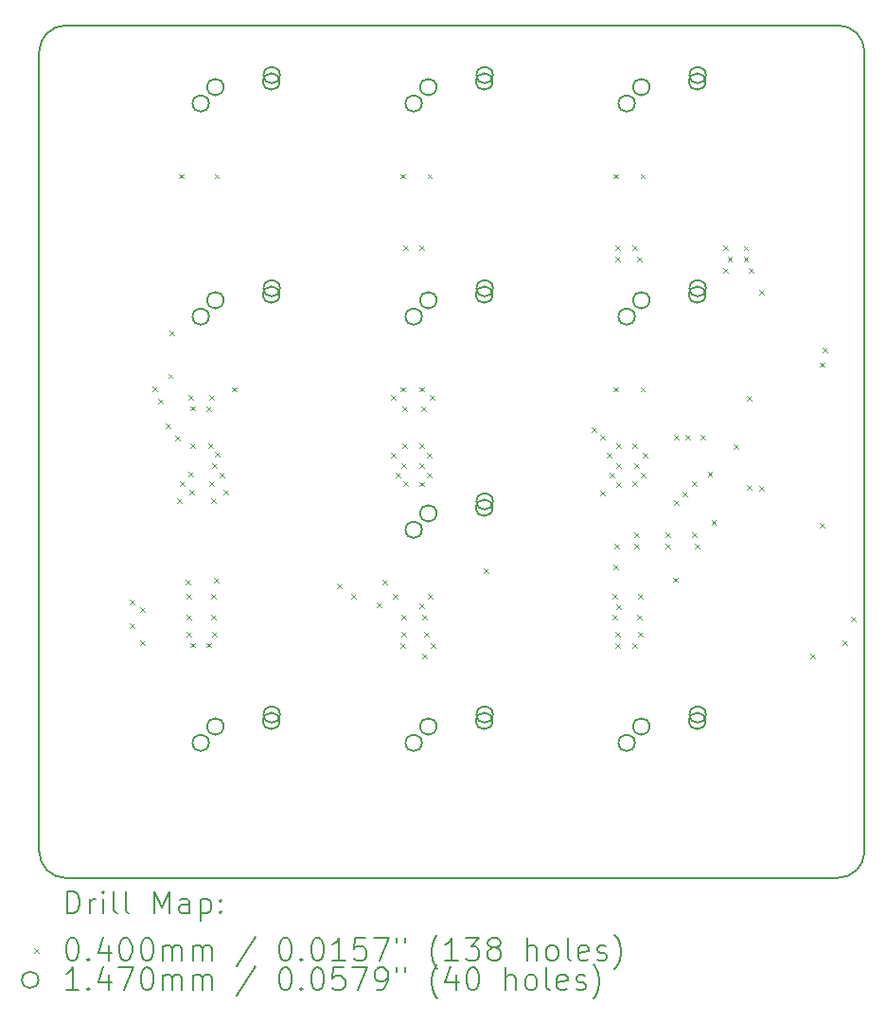
<source format=gbr>
%TF.GenerationSoftware,KiCad,Pcbnew,(6.0.9)*%
%TF.CreationDate,2022-12-29T20:26:15-06:00*%
%TF.ProjectId,Navigation Keys,4e617669-6761-4746-996f-6e204b657973,rev?*%
%TF.SameCoordinates,Original*%
%TF.FileFunction,Drillmap*%
%TF.FilePolarity,Positive*%
%FSLAX45Y45*%
G04 Gerber Fmt 4.5, Leading zero omitted, Abs format (unit mm)*
G04 Created by KiCad (PCBNEW (6.0.9)) date 2022-12-29 20:26:15*
%MOMM*%
%LPD*%
G01*
G04 APERTURE LIST*
%ADD10C,0.150000*%
%ADD11C,0.200000*%
%ADD12C,0.040000*%
%ADD13C,0.147000*%
G04 APERTURE END LIST*
D10*
X20875625Y-6350000D02*
G75*
G03*
X20637500Y-6111875I-238125J0D01*
G01*
X13493755Y-13493750D02*
G75*
G03*
X13731875Y-13731875I238125J0D01*
G01*
X20875625Y-13493750D02*
X20875625Y-6350000D01*
X20637500Y-13731875D02*
G75*
G03*
X20875625Y-13493750I0J238125D01*
G01*
X20637500Y-6111875D02*
X13731875Y-6111875D01*
X13731875Y-6111870D02*
G75*
G03*
X13493750Y-6350000I5J-238130D01*
G01*
X13731875Y-13731875D02*
X20637500Y-13731875D01*
X13493750Y-6350000D02*
X13493750Y-13493750D01*
D11*
D12*
X14305600Y-11244900D02*
X14345600Y-11284900D01*
X14345600Y-11244900D02*
X14305600Y-11284900D01*
X14305600Y-11460800D02*
X14345600Y-11500800D01*
X14345600Y-11460800D02*
X14305600Y-11500800D01*
X14394500Y-11312150D02*
X14434500Y-11352150D01*
X14434500Y-11312150D02*
X14394500Y-11352150D01*
X14394500Y-11609450D02*
X14434500Y-11649450D01*
X14434500Y-11609450D02*
X14394500Y-11649450D01*
X14508800Y-9339900D02*
X14548800Y-9379900D01*
X14548800Y-9339900D02*
X14508800Y-9379900D01*
X14559600Y-9454200D02*
X14599600Y-9494200D01*
X14599600Y-9454200D02*
X14559600Y-9494200D01*
X14623100Y-9670100D02*
X14663100Y-9710100D01*
X14663100Y-9670100D02*
X14623100Y-9710100D01*
X14648070Y-9226030D02*
X14688070Y-9266030D01*
X14688070Y-9226030D02*
X14648070Y-9266030D01*
X14661200Y-8844600D02*
X14701200Y-8884600D01*
X14701200Y-8844600D02*
X14661200Y-8884600D01*
X14712000Y-9779425D02*
X14752000Y-9819425D01*
X14752000Y-9779425D02*
X14712000Y-9819425D01*
X14724700Y-10343200D02*
X14764700Y-10383200D01*
X14764700Y-10343200D02*
X14724700Y-10383200D01*
X14743750Y-7441250D02*
X14783750Y-7481250D01*
X14783750Y-7441250D02*
X14743750Y-7481250D01*
X14750100Y-10190800D02*
X14790100Y-10230800D01*
X14790100Y-10190800D02*
X14750100Y-10230800D01*
X14800900Y-11067100D02*
X14840900Y-11107100D01*
X14840900Y-11067100D02*
X14800900Y-11107100D01*
X14813600Y-11194100D02*
X14853600Y-11234100D01*
X14853600Y-11194100D02*
X14813600Y-11234100D01*
X14813600Y-11384600D02*
X14853600Y-11424600D01*
X14853600Y-11384600D02*
X14813600Y-11424600D01*
X14813600Y-11537000D02*
X14853600Y-11577000D01*
X14853600Y-11537000D02*
X14813600Y-11577000D01*
X14826300Y-9416100D02*
X14866300Y-9456100D01*
X14866300Y-9416100D02*
X14826300Y-9456100D01*
X14826300Y-10101900D02*
X14866300Y-10141900D01*
X14866300Y-10101900D02*
X14826300Y-10141900D01*
X14839000Y-10267000D02*
X14879000Y-10307000D01*
X14879000Y-10267000D02*
X14839000Y-10307000D01*
X14845925Y-9514105D02*
X14885925Y-9554105D01*
X14885925Y-9514105D02*
X14845925Y-9554105D01*
X14845925Y-9847900D02*
X14885925Y-9887900D01*
X14885925Y-9847900D02*
X14845925Y-9887900D01*
X14845925Y-11631579D02*
X14885925Y-11671579D01*
X14885925Y-11631579D02*
X14845925Y-11671579D01*
X14990825Y-11631579D02*
X15030825Y-11671579D01*
X15030825Y-11631579D02*
X14990825Y-11671579D01*
X14991400Y-9517700D02*
X15031400Y-9557700D01*
X15031400Y-9517700D02*
X14991400Y-9557700D01*
X15004100Y-9847900D02*
X15044100Y-9887900D01*
X15044100Y-9847900D02*
X15004100Y-9887900D01*
X15014200Y-9418700D02*
X15054200Y-9458700D01*
X15054200Y-9418700D02*
X15014200Y-9458700D01*
X15016800Y-10190800D02*
X15056800Y-10230800D01*
X15056800Y-10190800D02*
X15016800Y-10230800D01*
X15029500Y-10343200D02*
X15069500Y-10383200D01*
X15069500Y-10343200D02*
X15029500Y-10383200D01*
X15029500Y-11194100D02*
X15069500Y-11234100D01*
X15069500Y-11194100D02*
X15029500Y-11234100D01*
X15029500Y-11384600D02*
X15069500Y-11424600D01*
X15069500Y-11384600D02*
X15029500Y-11424600D01*
X15042200Y-10025700D02*
X15082200Y-10065700D01*
X15082200Y-10025700D02*
X15042200Y-10065700D01*
X15042200Y-11537000D02*
X15082200Y-11577000D01*
X15082200Y-11537000D02*
X15042200Y-11577000D01*
X15054900Y-11054400D02*
X15094900Y-11094400D01*
X15094900Y-11054400D02*
X15054900Y-11094400D01*
X15061250Y-7441250D02*
X15101250Y-7481250D01*
X15101250Y-7441250D02*
X15061250Y-7481250D01*
X15068087Y-9924684D02*
X15108087Y-9964684D01*
X15108087Y-9924684D02*
X15068087Y-9964684D01*
X15105700Y-10114600D02*
X15145700Y-10154600D01*
X15145700Y-10114600D02*
X15105700Y-10154600D01*
X15143800Y-10267000D02*
X15183800Y-10307000D01*
X15183800Y-10267000D02*
X15143800Y-10307000D01*
X15220000Y-9346250D02*
X15260000Y-9386250D01*
X15260000Y-9346250D02*
X15220000Y-9386250D01*
X16159800Y-11105200D02*
X16199800Y-11145200D01*
X16199800Y-11105200D02*
X16159800Y-11145200D01*
X16286800Y-11194100D02*
X16326800Y-11234100D01*
X16326800Y-11194100D02*
X16286800Y-11234100D01*
X16515400Y-11270300D02*
X16555400Y-11310300D01*
X16555400Y-11270300D02*
X16515400Y-11310300D01*
X16566630Y-11066670D02*
X16606630Y-11106670D01*
X16606630Y-11066670D02*
X16566630Y-11106670D01*
X16642400Y-9418700D02*
X16682400Y-9458700D01*
X16682400Y-9418700D02*
X16642400Y-9458700D01*
X16642400Y-9936800D02*
X16682400Y-9976800D01*
X16682400Y-9936800D02*
X16642400Y-9976800D01*
X16655100Y-11194100D02*
X16695100Y-11234100D01*
X16695100Y-11194100D02*
X16655100Y-11234100D01*
X16680500Y-10114600D02*
X16720500Y-10154600D01*
X16720500Y-10114600D02*
X16680500Y-10154600D01*
X16725633Y-11636789D02*
X16765633Y-11676789D01*
X16765633Y-11636789D02*
X16725633Y-11676789D01*
X16728125Y-7441250D02*
X16768125Y-7481250D01*
X16768125Y-7441250D02*
X16728125Y-7481250D01*
X16728125Y-9346250D02*
X16768125Y-9386250D01*
X16768125Y-9346250D02*
X16728125Y-9386250D01*
X16731300Y-10025700D02*
X16771300Y-10065700D01*
X16771300Y-10025700D02*
X16731300Y-10065700D01*
X16731300Y-11384600D02*
X16771300Y-11424600D01*
X16771300Y-11384600D02*
X16731300Y-11424600D01*
X16731300Y-11537000D02*
X16771300Y-11577000D01*
X16771300Y-11537000D02*
X16731300Y-11577000D01*
X16744000Y-9517700D02*
X16784000Y-9557700D01*
X16784000Y-9517700D02*
X16744000Y-9557700D01*
X16744000Y-9847900D02*
X16784000Y-9887900D01*
X16784000Y-9847900D02*
X16744000Y-9887900D01*
X16750925Y-8082600D02*
X16790925Y-8122600D01*
X16790925Y-8082600D02*
X16750925Y-8122600D01*
X16750925Y-10190800D02*
X16790925Y-10230800D01*
X16790925Y-10190800D02*
X16750925Y-10230800D01*
X16895825Y-8082600D02*
X16935825Y-8122600D01*
X16935825Y-8082600D02*
X16895825Y-8122600D01*
X16895825Y-9346250D02*
X16935825Y-9386250D01*
X16935825Y-9346250D02*
X16895825Y-9386250D01*
X16895825Y-10191310D02*
X16935825Y-10231310D01*
X16935825Y-10191310D02*
X16895825Y-10231310D01*
X16896400Y-9847900D02*
X16936400Y-9887900D01*
X16936400Y-9847900D02*
X16896400Y-9887900D01*
X16896400Y-10025700D02*
X16936400Y-10065700D01*
X16936400Y-10025700D02*
X16896400Y-10065700D01*
X16896400Y-11283000D02*
X16936400Y-11323000D01*
X16936400Y-11283000D02*
X16896400Y-11323000D01*
X16909100Y-9517700D02*
X16949100Y-9557700D01*
X16949100Y-9517700D02*
X16909100Y-9557700D01*
X16921800Y-11384600D02*
X16961800Y-11424600D01*
X16961800Y-11384600D02*
X16921800Y-11424600D01*
X16921800Y-11727500D02*
X16961800Y-11767500D01*
X16961800Y-11727500D02*
X16921800Y-11767500D01*
X16934500Y-11537000D02*
X16974500Y-11577000D01*
X16974500Y-11537000D02*
X16934500Y-11577000D01*
X16959900Y-9936800D02*
X16999900Y-9976800D01*
X16999900Y-9936800D02*
X16959900Y-9976800D01*
X16959900Y-10114600D02*
X16999900Y-10154600D01*
X16999900Y-10114600D02*
X16959900Y-10154600D01*
X16966250Y-7441250D02*
X17006250Y-7481250D01*
X17006250Y-7441250D02*
X16966250Y-7481250D01*
X16972600Y-11194100D02*
X17012600Y-11234100D01*
X17012600Y-11194100D02*
X16972600Y-11234100D01*
X16985300Y-9418700D02*
X17025300Y-9458700D01*
X17025300Y-9418700D02*
X16985300Y-9458700D01*
X16998000Y-11638600D02*
X17038000Y-11678600D01*
X17038000Y-11638600D02*
X16998000Y-11678600D01*
X17467900Y-10965500D02*
X17507900Y-11005500D01*
X17507900Y-10965500D02*
X17467900Y-11005500D01*
X18436850Y-9702777D02*
X18476850Y-9742777D01*
X18476850Y-9702777D02*
X18436850Y-9742777D01*
X18509300Y-9775450D02*
X18549300Y-9815450D01*
X18549300Y-9775450D02*
X18509300Y-9815450D01*
X18509300Y-10270214D02*
X18549300Y-10310214D01*
X18549300Y-10270214D02*
X18509300Y-10310214D01*
X18572800Y-9936800D02*
X18612800Y-9976800D01*
X18612800Y-9936800D02*
X18572800Y-9976800D01*
X18598200Y-10114600D02*
X18638200Y-10154600D01*
X18638200Y-10114600D02*
X18598200Y-10154600D01*
X18623600Y-11194100D02*
X18663600Y-11234100D01*
X18663600Y-11194100D02*
X18623600Y-11234100D01*
X18623600Y-11384600D02*
X18663600Y-11424600D01*
X18663600Y-11384600D02*
X18623600Y-11424600D01*
X18633125Y-7441250D02*
X18673125Y-7481250D01*
X18673125Y-7441250D02*
X18633125Y-7481250D01*
X18633125Y-9346250D02*
X18673125Y-9386250D01*
X18673125Y-9346250D02*
X18633125Y-9386250D01*
X18633125Y-10933750D02*
X18673125Y-10973750D01*
X18673125Y-10933750D02*
X18633125Y-10973750D01*
X18636300Y-10749600D02*
X18676300Y-10789600D01*
X18676300Y-10749600D02*
X18636300Y-10789600D01*
X18649000Y-8082600D02*
X18689000Y-8122600D01*
X18689000Y-8082600D02*
X18649000Y-8122600D01*
X18649000Y-8184200D02*
X18689000Y-8224200D01*
X18689000Y-8184200D02*
X18649000Y-8224200D01*
X18649000Y-11537000D02*
X18689000Y-11577000D01*
X18689000Y-11537000D02*
X18649000Y-11577000D01*
X18649000Y-11638600D02*
X18689000Y-11678600D01*
X18689000Y-11638600D02*
X18649000Y-11678600D01*
X18653642Y-10197764D02*
X18693642Y-10237764D01*
X18693642Y-10197764D02*
X18653642Y-10237764D01*
X18655925Y-9847900D02*
X18695925Y-9887900D01*
X18695925Y-9847900D02*
X18655925Y-9887900D01*
X18655925Y-10025700D02*
X18695925Y-10065700D01*
X18695925Y-10025700D02*
X18655925Y-10065700D01*
X18655925Y-11288679D02*
X18695925Y-11328679D01*
X18695925Y-11288679D02*
X18655925Y-11328679D01*
X18800825Y-8082600D02*
X18840825Y-8122600D01*
X18840825Y-8082600D02*
X18800825Y-8122600D01*
X18801400Y-9847900D02*
X18841400Y-9887900D01*
X18841400Y-9847900D02*
X18801400Y-9887900D01*
X18801400Y-10190800D02*
X18841400Y-10230800D01*
X18841400Y-10190800D02*
X18801400Y-10230800D01*
X18801400Y-11638600D02*
X18841400Y-11678600D01*
X18841400Y-11638600D02*
X18801400Y-11678600D01*
X18814100Y-10025700D02*
X18854100Y-10065700D01*
X18854100Y-10025700D02*
X18814100Y-10065700D01*
X18814100Y-10648000D02*
X18854100Y-10688000D01*
X18854100Y-10648000D02*
X18814100Y-10688000D01*
X18814100Y-10749600D02*
X18854100Y-10789600D01*
X18854100Y-10749600D02*
X18814100Y-10789600D01*
X18839500Y-8184200D02*
X18879500Y-8224200D01*
X18879500Y-8184200D02*
X18839500Y-8224200D01*
X18839500Y-11384600D02*
X18879500Y-11424600D01*
X18879500Y-11384600D02*
X18839500Y-11424600D01*
X18852200Y-11194100D02*
X18892200Y-11234100D01*
X18892200Y-11194100D02*
X18852200Y-11234100D01*
X18852200Y-11537000D02*
X18892200Y-11577000D01*
X18892200Y-11537000D02*
X18852200Y-11577000D01*
X18871250Y-7441250D02*
X18911250Y-7481250D01*
X18911250Y-7441250D02*
X18871250Y-7481250D01*
X18871250Y-9346250D02*
X18911250Y-9386250D01*
X18911250Y-9346250D02*
X18871250Y-9386250D01*
X18877600Y-10114600D02*
X18917600Y-10154600D01*
X18917600Y-10114600D02*
X18877600Y-10154600D01*
X18890300Y-9936800D02*
X18930300Y-9976800D01*
X18930300Y-9936800D02*
X18890300Y-9976800D01*
X19093500Y-10749600D02*
X19133500Y-10789600D01*
X19133500Y-10749600D02*
X19093500Y-10789600D01*
X19097250Y-10648000D02*
X19137250Y-10688000D01*
X19137250Y-10648000D02*
X19097250Y-10688000D01*
X19162920Y-11047620D02*
X19202920Y-11087620D01*
X19202920Y-11047620D02*
X19162920Y-11087620D01*
X19169700Y-9775450D02*
X19209700Y-9815450D01*
X19209700Y-9775450D02*
X19169700Y-9815450D01*
X19169700Y-10355900D02*
X19209700Y-10395900D01*
X19209700Y-10355900D02*
X19169700Y-10395900D01*
X19245900Y-10279700D02*
X19285900Y-10319700D01*
X19285900Y-10279700D02*
X19245900Y-10319700D01*
X19271300Y-9771700D02*
X19311300Y-9811700D01*
X19311300Y-9771700D02*
X19271300Y-9811700D01*
X19334800Y-10187050D02*
X19374800Y-10227050D01*
X19374800Y-10187050D02*
X19334800Y-10227050D01*
X19334800Y-10648000D02*
X19374800Y-10688000D01*
X19374800Y-10648000D02*
X19334800Y-10688000D01*
X19360200Y-10749600D02*
X19400200Y-10789600D01*
X19400200Y-10749600D02*
X19360200Y-10789600D01*
X19411000Y-9775450D02*
X19451000Y-9815450D01*
X19451000Y-9775450D02*
X19411000Y-9815450D01*
X19474070Y-10102330D02*
X19514070Y-10142330D01*
X19514070Y-10102330D02*
X19474070Y-10142330D01*
X19506250Y-10536875D02*
X19546250Y-10576875D01*
X19546250Y-10536875D02*
X19506250Y-10576875D01*
X19614200Y-8082600D02*
X19654200Y-8122600D01*
X19654200Y-8082600D02*
X19614200Y-8122600D01*
X19614200Y-8285800D02*
X19654200Y-8325800D01*
X19654200Y-8285800D02*
X19614200Y-8325800D01*
X19649700Y-8184200D02*
X19689700Y-8224200D01*
X19689700Y-8184200D02*
X19649700Y-8224200D01*
X19703100Y-9860600D02*
X19743100Y-9900600D01*
X19743100Y-9860600D02*
X19703100Y-9900600D01*
X19794600Y-8084250D02*
X19834600Y-8124250D01*
X19834600Y-8084250D02*
X19794600Y-8124250D01*
X19794600Y-8184200D02*
X19834600Y-8224200D01*
X19834600Y-8184200D02*
X19794600Y-8224200D01*
X19823750Y-9425625D02*
X19863750Y-9465625D01*
X19863750Y-9425625D02*
X19823750Y-9465625D01*
X19823750Y-10224325D02*
X19863750Y-10264325D01*
X19863750Y-10224325D02*
X19823750Y-10264325D01*
X19842800Y-8285800D02*
X19882800Y-8325800D01*
X19882800Y-8285800D02*
X19842800Y-8325800D01*
X19931700Y-8476300D02*
X19971700Y-8516300D01*
X19971700Y-8476300D02*
X19931700Y-8516300D01*
X19931700Y-10228900D02*
X19971700Y-10268900D01*
X19971700Y-10228900D02*
X19931700Y-10268900D01*
X20388900Y-11727500D02*
X20428900Y-11767500D01*
X20428900Y-11727500D02*
X20388900Y-11767500D01*
X20477800Y-9124325D02*
X20517800Y-9164325D01*
X20517800Y-9124325D02*
X20477800Y-9164325D01*
X20477800Y-10559100D02*
X20517800Y-10599100D01*
X20517800Y-10559100D02*
X20477800Y-10599100D01*
X20503200Y-8997000D02*
X20543200Y-9037000D01*
X20543200Y-8997000D02*
X20503200Y-9037000D01*
X20681000Y-11609450D02*
X20721000Y-11649450D01*
X20721000Y-11609450D02*
X20681000Y-11649450D01*
X20757630Y-11397730D02*
X20797630Y-11437730D01*
X20797630Y-11397730D02*
X20757630Y-11437730D01*
D13*
X15011875Y-6810375D02*
G75*
G03*
X15011875Y-6810375I-73500J0D01*
G01*
X15011875Y-8715375D02*
G75*
G03*
X15011875Y-8715375I-73500J0D01*
G01*
X15011875Y-12525375D02*
G75*
G03*
X15011875Y-12525375I-73500J0D01*
G01*
X15142875Y-6664375D02*
G75*
G03*
X15142875Y-6664375I-73500J0D01*
G01*
X15142875Y-8569375D02*
G75*
G03*
X15142875Y-8569375I-73500J0D01*
G01*
X15142875Y-12379375D02*
G75*
G03*
X15142875Y-12379375I-73500J0D01*
G01*
X15642875Y-6614375D02*
G75*
G03*
X15642875Y-6614375I-73500J0D01*
G01*
X15642875Y-8519375D02*
G75*
G03*
X15642875Y-8519375I-73500J0D01*
G01*
X15642875Y-12329375D02*
G75*
G03*
X15642875Y-12329375I-73500J0D01*
G01*
X15646875Y-6556375D02*
G75*
G03*
X15646875Y-6556375I-73500J0D01*
G01*
X15646875Y-8461375D02*
G75*
G03*
X15646875Y-8461375I-73500J0D01*
G01*
X15646875Y-12271375D02*
G75*
G03*
X15646875Y-12271375I-73500J0D01*
G01*
X16916875Y-6810375D02*
G75*
G03*
X16916875Y-6810375I-73500J0D01*
G01*
X16916875Y-8715375D02*
G75*
G03*
X16916875Y-8715375I-73500J0D01*
G01*
X16916875Y-10620375D02*
G75*
G03*
X16916875Y-10620375I-73500J0D01*
G01*
X16916875Y-12525375D02*
G75*
G03*
X16916875Y-12525375I-73500J0D01*
G01*
X17047875Y-6664375D02*
G75*
G03*
X17047875Y-6664375I-73500J0D01*
G01*
X17047875Y-8569375D02*
G75*
G03*
X17047875Y-8569375I-73500J0D01*
G01*
X17047875Y-10474375D02*
G75*
G03*
X17047875Y-10474375I-73500J0D01*
G01*
X17047875Y-12379375D02*
G75*
G03*
X17047875Y-12379375I-73500J0D01*
G01*
X17547875Y-6614375D02*
G75*
G03*
X17547875Y-6614375I-73500J0D01*
G01*
X17547875Y-8519375D02*
G75*
G03*
X17547875Y-8519375I-73500J0D01*
G01*
X17547875Y-10424375D02*
G75*
G03*
X17547875Y-10424375I-73500J0D01*
G01*
X17547875Y-12329375D02*
G75*
G03*
X17547875Y-12329375I-73500J0D01*
G01*
X17551875Y-6556375D02*
G75*
G03*
X17551875Y-6556375I-73500J0D01*
G01*
X17551875Y-8461375D02*
G75*
G03*
X17551875Y-8461375I-73500J0D01*
G01*
X17551875Y-10366375D02*
G75*
G03*
X17551875Y-10366375I-73500J0D01*
G01*
X17551875Y-12271375D02*
G75*
G03*
X17551875Y-12271375I-73500J0D01*
G01*
X18821875Y-6810375D02*
G75*
G03*
X18821875Y-6810375I-73500J0D01*
G01*
X18821875Y-8715375D02*
G75*
G03*
X18821875Y-8715375I-73500J0D01*
G01*
X18821875Y-12525375D02*
G75*
G03*
X18821875Y-12525375I-73500J0D01*
G01*
X18952875Y-6664375D02*
G75*
G03*
X18952875Y-6664375I-73500J0D01*
G01*
X18952875Y-8569375D02*
G75*
G03*
X18952875Y-8569375I-73500J0D01*
G01*
X18952875Y-12379375D02*
G75*
G03*
X18952875Y-12379375I-73500J0D01*
G01*
X19452875Y-6614375D02*
G75*
G03*
X19452875Y-6614375I-73500J0D01*
G01*
X19452875Y-8519375D02*
G75*
G03*
X19452875Y-8519375I-73500J0D01*
G01*
X19452875Y-12329375D02*
G75*
G03*
X19452875Y-12329375I-73500J0D01*
G01*
X19456875Y-6556375D02*
G75*
G03*
X19456875Y-6556375I-73500J0D01*
G01*
X19456875Y-8461375D02*
G75*
G03*
X19456875Y-8461375I-73500J0D01*
G01*
X19456875Y-12271375D02*
G75*
G03*
X19456875Y-12271375I-73500J0D01*
G01*
D11*
X13743869Y-14049851D02*
X13743869Y-13849851D01*
X13791488Y-13849851D01*
X13820059Y-13859375D01*
X13839107Y-13878423D01*
X13848631Y-13897470D01*
X13858155Y-13935565D01*
X13858155Y-13964137D01*
X13848631Y-14002232D01*
X13839107Y-14021280D01*
X13820059Y-14040327D01*
X13791488Y-14049851D01*
X13743869Y-14049851D01*
X13943869Y-14049851D02*
X13943869Y-13916518D01*
X13943869Y-13954613D02*
X13953393Y-13935565D01*
X13962917Y-13926042D01*
X13981964Y-13916518D01*
X14001012Y-13916518D01*
X14067678Y-14049851D02*
X14067678Y-13916518D01*
X14067678Y-13849851D02*
X14058155Y-13859375D01*
X14067678Y-13868899D01*
X14077202Y-13859375D01*
X14067678Y-13849851D01*
X14067678Y-13868899D01*
X14191488Y-14049851D02*
X14172440Y-14040327D01*
X14162917Y-14021280D01*
X14162917Y-13849851D01*
X14296250Y-14049851D02*
X14277202Y-14040327D01*
X14267678Y-14021280D01*
X14267678Y-13849851D01*
X14524821Y-14049851D02*
X14524821Y-13849851D01*
X14591488Y-13992708D01*
X14658155Y-13849851D01*
X14658155Y-14049851D01*
X14839107Y-14049851D02*
X14839107Y-13945089D01*
X14829583Y-13926042D01*
X14810536Y-13916518D01*
X14772440Y-13916518D01*
X14753393Y-13926042D01*
X14839107Y-14040327D02*
X14820059Y-14049851D01*
X14772440Y-14049851D01*
X14753393Y-14040327D01*
X14743869Y-14021280D01*
X14743869Y-14002232D01*
X14753393Y-13983184D01*
X14772440Y-13973661D01*
X14820059Y-13973661D01*
X14839107Y-13964137D01*
X14934345Y-13916518D02*
X14934345Y-14116518D01*
X14934345Y-13926042D02*
X14953393Y-13916518D01*
X14991488Y-13916518D01*
X15010536Y-13926042D01*
X15020059Y-13935565D01*
X15029583Y-13954613D01*
X15029583Y-14011756D01*
X15020059Y-14030803D01*
X15010536Y-14040327D01*
X14991488Y-14049851D01*
X14953393Y-14049851D01*
X14934345Y-14040327D01*
X15115298Y-14030803D02*
X15124821Y-14040327D01*
X15115298Y-14049851D01*
X15105774Y-14040327D01*
X15115298Y-14030803D01*
X15115298Y-14049851D01*
X15115298Y-13926042D02*
X15124821Y-13935565D01*
X15115298Y-13945089D01*
X15105774Y-13935565D01*
X15115298Y-13926042D01*
X15115298Y-13945089D01*
D12*
X13446250Y-14359375D02*
X13486250Y-14399375D01*
X13486250Y-14359375D02*
X13446250Y-14399375D01*
D11*
X13781964Y-14269851D02*
X13801012Y-14269851D01*
X13820059Y-14279375D01*
X13829583Y-14288899D01*
X13839107Y-14307946D01*
X13848631Y-14346042D01*
X13848631Y-14393661D01*
X13839107Y-14431756D01*
X13829583Y-14450803D01*
X13820059Y-14460327D01*
X13801012Y-14469851D01*
X13781964Y-14469851D01*
X13762917Y-14460327D01*
X13753393Y-14450803D01*
X13743869Y-14431756D01*
X13734345Y-14393661D01*
X13734345Y-14346042D01*
X13743869Y-14307946D01*
X13753393Y-14288899D01*
X13762917Y-14279375D01*
X13781964Y-14269851D01*
X13934345Y-14450803D02*
X13943869Y-14460327D01*
X13934345Y-14469851D01*
X13924821Y-14460327D01*
X13934345Y-14450803D01*
X13934345Y-14469851D01*
X14115298Y-14336518D02*
X14115298Y-14469851D01*
X14067678Y-14260327D02*
X14020059Y-14403184D01*
X14143869Y-14403184D01*
X14258155Y-14269851D02*
X14277202Y-14269851D01*
X14296250Y-14279375D01*
X14305774Y-14288899D01*
X14315298Y-14307946D01*
X14324821Y-14346042D01*
X14324821Y-14393661D01*
X14315298Y-14431756D01*
X14305774Y-14450803D01*
X14296250Y-14460327D01*
X14277202Y-14469851D01*
X14258155Y-14469851D01*
X14239107Y-14460327D01*
X14229583Y-14450803D01*
X14220059Y-14431756D01*
X14210536Y-14393661D01*
X14210536Y-14346042D01*
X14220059Y-14307946D01*
X14229583Y-14288899D01*
X14239107Y-14279375D01*
X14258155Y-14269851D01*
X14448631Y-14269851D02*
X14467678Y-14269851D01*
X14486726Y-14279375D01*
X14496250Y-14288899D01*
X14505774Y-14307946D01*
X14515298Y-14346042D01*
X14515298Y-14393661D01*
X14505774Y-14431756D01*
X14496250Y-14450803D01*
X14486726Y-14460327D01*
X14467678Y-14469851D01*
X14448631Y-14469851D01*
X14429583Y-14460327D01*
X14420059Y-14450803D01*
X14410536Y-14431756D01*
X14401012Y-14393661D01*
X14401012Y-14346042D01*
X14410536Y-14307946D01*
X14420059Y-14288899D01*
X14429583Y-14279375D01*
X14448631Y-14269851D01*
X14601012Y-14469851D02*
X14601012Y-14336518D01*
X14601012Y-14355565D02*
X14610536Y-14346042D01*
X14629583Y-14336518D01*
X14658155Y-14336518D01*
X14677202Y-14346042D01*
X14686726Y-14365089D01*
X14686726Y-14469851D01*
X14686726Y-14365089D02*
X14696250Y-14346042D01*
X14715298Y-14336518D01*
X14743869Y-14336518D01*
X14762917Y-14346042D01*
X14772440Y-14365089D01*
X14772440Y-14469851D01*
X14867678Y-14469851D02*
X14867678Y-14336518D01*
X14867678Y-14355565D02*
X14877202Y-14346042D01*
X14896250Y-14336518D01*
X14924821Y-14336518D01*
X14943869Y-14346042D01*
X14953393Y-14365089D01*
X14953393Y-14469851D01*
X14953393Y-14365089D02*
X14962917Y-14346042D01*
X14981964Y-14336518D01*
X15010536Y-14336518D01*
X15029583Y-14346042D01*
X15039107Y-14365089D01*
X15039107Y-14469851D01*
X15429583Y-14260327D02*
X15258155Y-14517470D01*
X15686726Y-14269851D02*
X15705774Y-14269851D01*
X15724821Y-14279375D01*
X15734345Y-14288899D01*
X15743869Y-14307946D01*
X15753393Y-14346042D01*
X15753393Y-14393661D01*
X15743869Y-14431756D01*
X15734345Y-14450803D01*
X15724821Y-14460327D01*
X15705774Y-14469851D01*
X15686726Y-14469851D01*
X15667678Y-14460327D01*
X15658155Y-14450803D01*
X15648631Y-14431756D01*
X15639107Y-14393661D01*
X15639107Y-14346042D01*
X15648631Y-14307946D01*
X15658155Y-14288899D01*
X15667678Y-14279375D01*
X15686726Y-14269851D01*
X15839107Y-14450803D02*
X15848631Y-14460327D01*
X15839107Y-14469851D01*
X15829583Y-14460327D01*
X15839107Y-14450803D01*
X15839107Y-14469851D01*
X15972440Y-14269851D02*
X15991488Y-14269851D01*
X16010536Y-14279375D01*
X16020059Y-14288899D01*
X16029583Y-14307946D01*
X16039107Y-14346042D01*
X16039107Y-14393661D01*
X16029583Y-14431756D01*
X16020059Y-14450803D01*
X16010536Y-14460327D01*
X15991488Y-14469851D01*
X15972440Y-14469851D01*
X15953393Y-14460327D01*
X15943869Y-14450803D01*
X15934345Y-14431756D01*
X15924821Y-14393661D01*
X15924821Y-14346042D01*
X15934345Y-14307946D01*
X15943869Y-14288899D01*
X15953393Y-14279375D01*
X15972440Y-14269851D01*
X16229583Y-14469851D02*
X16115298Y-14469851D01*
X16172440Y-14469851D02*
X16172440Y-14269851D01*
X16153393Y-14298423D01*
X16134345Y-14317470D01*
X16115298Y-14326994D01*
X16410536Y-14269851D02*
X16315298Y-14269851D01*
X16305774Y-14365089D01*
X16315298Y-14355565D01*
X16334345Y-14346042D01*
X16381964Y-14346042D01*
X16401012Y-14355565D01*
X16410536Y-14365089D01*
X16420059Y-14384137D01*
X16420059Y-14431756D01*
X16410536Y-14450803D01*
X16401012Y-14460327D01*
X16381964Y-14469851D01*
X16334345Y-14469851D01*
X16315298Y-14460327D01*
X16305774Y-14450803D01*
X16486726Y-14269851D02*
X16620059Y-14269851D01*
X16534345Y-14469851D01*
X16686726Y-14269851D02*
X16686726Y-14307946D01*
X16762917Y-14269851D02*
X16762917Y-14307946D01*
X17058155Y-14546042D02*
X17048631Y-14536518D01*
X17029583Y-14507946D01*
X17020060Y-14488899D01*
X17010536Y-14460327D01*
X17001012Y-14412708D01*
X17001012Y-14374613D01*
X17010536Y-14326994D01*
X17020060Y-14298423D01*
X17029583Y-14279375D01*
X17048631Y-14250803D01*
X17058155Y-14241280D01*
X17239107Y-14469851D02*
X17124821Y-14469851D01*
X17181964Y-14469851D02*
X17181964Y-14269851D01*
X17162917Y-14298423D01*
X17143869Y-14317470D01*
X17124821Y-14326994D01*
X17305774Y-14269851D02*
X17429583Y-14269851D01*
X17362917Y-14346042D01*
X17391488Y-14346042D01*
X17410536Y-14355565D01*
X17420060Y-14365089D01*
X17429583Y-14384137D01*
X17429583Y-14431756D01*
X17420060Y-14450803D01*
X17410536Y-14460327D01*
X17391488Y-14469851D01*
X17334345Y-14469851D01*
X17315298Y-14460327D01*
X17305774Y-14450803D01*
X17543869Y-14355565D02*
X17524821Y-14346042D01*
X17515298Y-14336518D01*
X17505774Y-14317470D01*
X17505774Y-14307946D01*
X17515298Y-14288899D01*
X17524821Y-14279375D01*
X17543869Y-14269851D01*
X17581964Y-14269851D01*
X17601012Y-14279375D01*
X17610536Y-14288899D01*
X17620060Y-14307946D01*
X17620060Y-14317470D01*
X17610536Y-14336518D01*
X17601012Y-14346042D01*
X17581964Y-14355565D01*
X17543869Y-14355565D01*
X17524821Y-14365089D01*
X17515298Y-14374613D01*
X17505774Y-14393661D01*
X17505774Y-14431756D01*
X17515298Y-14450803D01*
X17524821Y-14460327D01*
X17543869Y-14469851D01*
X17581964Y-14469851D01*
X17601012Y-14460327D01*
X17610536Y-14450803D01*
X17620060Y-14431756D01*
X17620060Y-14393661D01*
X17610536Y-14374613D01*
X17601012Y-14365089D01*
X17581964Y-14355565D01*
X17858155Y-14469851D02*
X17858155Y-14269851D01*
X17943869Y-14469851D02*
X17943869Y-14365089D01*
X17934345Y-14346042D01*
X17915298Y-14336518D01*
X17886726Y-14336518D01*
X17867679Y-14346042D01*
X17858155Y-14355565D01*
X18067679Y-14469851D02*
X18048631Y-14460327D01*
X18039107Y-14450803D01*
X18029583Y-14431756D01*
X18029583Y-14374613D01*
X18039107Y-14355565D01*
X18048631Y-14346042D01*
X18067679Y-14336518D01*
X18096250Y-14336518D01*
X18115298Y-14346042D01*
X18124821Y-14355565D01*
X18134345Y-14374613D01*
X18134345Y-14431756D01*
X18124821Y-14450803D01*
X18115298Y-14460327D01*
X18096250Y-14469851D01*
X18067679Y-14469851D01*
X18248631Y-14469851D02*
X18229583Y-14460327D01*
X18220060Y-14441280D01*
X18220060Y-14269851D01*
X18401012Y-14460327D02*
X18381964Y-14469851D01*
X18343869Y-14469851D01*
X18324821Y-14460327D01*
X18315298Y-14441280D01*
X18315298Y-14365089D01*
X18324821Y-14346042D01*
X18343869Y-14336518D01*
X18381964Y-14336518D01*
X18401012Y-14346042D01*
X18410536Y-14365089D01*
X18410536Y-14384137D01*
X18315298Y-14403184D01*
X18486726Y-14460327D02*
X18505774Y-14469851D01*
X18543869Y-14469851D01*
X18562917Y-14460327D01*
X18572440Y-14441280D01*
X18572440Y-14431756D01*
X18562917Y-14412708D01*
X18543869Y-14403184D01*
X18515298Y-14403184D01*
X18496250Y-14393661D01*
X18486726Y-14374613D01*
X18486726Y-14365089D01*
X18496250Y-14346042D01*
X18515298Y-14336518D01*
X18543869Y-14336518D01*
X18562917Y-14346042D01*
X18639107Y-14546042D02*
X18648631Y-14536518D01*
X18667679Y-14507946D01*
X18677202Y-14488899D01*
X18686726Y-14460327D01*
X18696250Y-14412708D01*
X18696250Y-14374613D01*
X18686726Y-14326994D01*
X18677202Y-14298423D01*
X18667679Y-14279375D01*
X18648631Y-14250803D01*
X18639107Y-14241280D01*
D13*
X13486250Y-14643375D02*
G75*
G03*
X13486250Y-14643375I-73500J0D01*
G01*
D11*
X13848631Y-14733851D02*
X13734345Y-14733851D01*
X13791488Y-14733851D02*
X13791488Y-14533851D01*
X13772440Y-14562423D01*
X13753393Y-14581470D01*
X13734345Y-14590994D01*
X13934345Y-14714803D02*
X13943869Y-14724327D01*
X13934345Y-14733851D01*
X13924821Y-14724327D01*
X13934345Y-14714803D01*
X13934345Y-14733851D01*
X14115298Y-14600518D02*
X14115298Y-14733851D01*
X14067678Y-14524327D02*
X14020059Y-14667184D01*
X14143869Y-14667184D01*
X14201012Y-14533851D02*
X14334345Y-14533851D01*
X14248631Y-14733851D01*
X14448631Y-14533851D02*
X14467678Y-14533851D01*
X14486726Y-14543375D01*
X14496250Y-14552899D01*
X14505774Y-14571946D01*
X14515298Y-14610042D01*
X14515298Y-14657661D01*
X14505774Y-14695756D01*
X14496250Y-14714803D01*
X14486726Y-14724327D01*
X14467678Y-14733851D01*
X14448631Y-14733851D01*
X14429583Y-14724327D01*
X14420059Y-14714803D01*
X14410536Y-14695756D01*
X14401012Y-14657661D01*
X14401012Y-14610042D01*
X14410536Y-14571946D01*
X14420059Y-14552899D01*
X14429583Y-14543375D01*
X14448631Y-14533851D01*
X14601012Y-14733851D02*
X14601012Y-14600518D01*
X14601012Y-14619565D02*
X14610536Y-14610042D01*
X14629583Y-14600518D01*
X14658155Y-14600518D01*
X14677202Y-14610042D01*
X14686726Y-14629089D01*
X14686726Y-14733851D01*
X14686726Y-14629089D02*
X14696250Y-14610042D01*
X14715298Y-14600518D01*
X14743869Y-14600518D01*
X14762917Y-14610042D01*
X14772440Y-14629089D01*
X14772440Y-14733851D01*
X14867678Y-14733851D02*
X14867678Y-14600518D01*
X14867678Y-14619565D02*
X14877202Y-14610042D01*
X14896250Y-14600518D01*
X14924821Y-14600518D01*
X14943869Y-14610042D01*
X14953393Y-14629089D01*
X14953393Y-14733851D01*
X14953393Y-14629089D02*
X14962917Y-14610042D01*
X14981964Y-14600518D01*
X15010536Y-14600518D01*
X15029583Y-14610042D01*
X15039107Y-14629089D01*
X15039107Y-14733851D01*
X15429583Y-14524327D02*
X15258155Y-14781470D01*
X15686726Y-14533851D02*
X15705774Y-14533851D01*
X15724821Y-14543375D01*
X15734345Y-14552899D01*
X15743869Y-14571946D01*
X15753393Y-14610042D01*
X15753393Y-14657661D01*
X15743869Y-14695756D01*
X15734345Y-14714803D01*
X15724821Y-14724327D01*
X15705774Y-14733851D01*
X15686726Y-14733851D01*
X15667678Y-14724327D01*
X15658155Y-14714803D01*
X15648631Y-14695756D01*
X15639107Y-14657661D01*
X15639107Y-14610042D01*
X15648631Y-14571946D01*
X15658155Y-14552899D01*
X15667678Y-14543375D01*
X15686726Y-14533851D01*
X15839107Y-14714803D02*
X15848631Y-14724327D01*
X15839107Y-14733851D01*
X15829583Y-14724327D01*
X15839107Y-14714803D01*
X15839107Y-14733851D01*
X15972440Y-14533851D02*
X15991488Y-14533851D01*
X16010536Y-14543375D01*
X16020059Y-14552899D01*
X16029583Y-14571946D01*
X16039107Y-14610042D01*
X16039107Y-14657661D01*
X16029583Y-14695756D01*
X16020059Y-14714803D01*
X16010536Y-14724327D01*
X15991488Y-14733851D01*
X15972440Y-14733851D01*
X15953393Y-14724327D01*
X15943869Y-14714803D01*
X15934345Y-14695756D01*
X15924821Y-14657661D01*
X15924821Y-14610042D01*
X15934345Y-14571946D01*
X15943869Y-14552899D01*
X15953393Y-14543375D01*
X15972440Y-14533851D01*
X16220059Y-14533851D02*
X16124821Y-14533851D01*
X16115298Y-14629089D01*
X16124821Y-14619565D01*
X16143869Y-14610042D01*
X16191488Y-14610042D01*
X16210536Y-14619565D01*
X16220059Y-14629089D01*
X16229583Y-14648137D01*
X16229583Y-14695756D01*
X16220059Y-14714803D01*
X16210536Y-14724327D01*
X16191488Y-14733851D01*
X16143869Y-14733851D01*
X16124821Y-14724327D01*
X16115298Y-14714803D01*
X16296250Y-14533851D02*
X16429583Y-14533851D01*
X16343869Y-14733851D01*
X16515298Y-14733851D02*
X16553393Y-14733851D01*
X16572440Y-14724327D01*
X16581964Y-14714803D01*
X16601012Y-14686232D01*
X16610536Y-14648137D01*
X16610536Y-14571946D01*
X16601012Y-14552899D01*
X16591488Y-14543375D01*
X16572440Y-14533851D01*
X16534345Y-14533851D01*
X16515298Y-14543375D01*
X16505774Y-14552899D01*
X16496250Y-14571946D01*
X16496250Y-14619565D01*
X16505774Y-14638613D01*
X16515298Y-14648137D01*
X16534345Y-14657661D01*
X16572440Y-14657661D01*
X16591488Y-14648137D01*
X16601012Y-14638613D01*
X16610536Y-14619565D01*
X16686726Y-14533851D02*
X16686726Y-14571946D01*
X16762917Y-14533851D02*
X16762917Y-14571946D01*
X17058155Y-14810042D02*
X17048631Y-14800518D01*
X17029583Y-14771946D01*
X17020060Y-14752899D01*
X17010536Y-14724327D01*
X17001012Y-14676708D01*
X17001012Y-14638613D01*
X17010536Y-14590994D01*
X17020060Y-14562423D01*
X17029583Y-14543375D01*
X17048631Y-14514803D01*
X17058155Y-14505280D01*
X17220060Y-14600518D02*
X17220060Y-14733851D01*
X17172440Y-14524327D02*
X17124821Y-14667184D01*
X17248631Y-14667184D01*
X17362917Y-14533851D02*
X17381964Y-14533851D01*
X17401012Y-14543375D01*
X17410536Y-14552899D01*
X17420060Y-14571946D01*
X17429583Y-14610042D01*
X17429583Y-14657661D01*
X17420060Y-14695756D01*
X17410536Y-14714803D01*
X17401012Y-14724327D01*
X17381964Y-14733851D01*
X17362917Y-14733851D01*
X17343869Y-14724327D01*
X17334345Y-14714803D01*
X17324821Y-14695756D01*
X17315298Y-14657661D01*
X17315298Y-14610042D01*
X17324821Y-14571946D01*
X17334345Y-14552899D01*
X17343869Y-14543375D01*
X17362917Y-14533851D01*
X17667679Y-14733851D02*
X17667679Y-14533851D01*
X17753393Y-14733851D02*
X17753393Y-14629089D01*
X17743869Y-14610042D01*
X17724821Y-14600518D01*
X17696250Y-14600518D01*
X17677202Y-14610042D01*
X17667679Y-14619565D01*
X17877202Y-14733851D02*
X17858155Y-14724327D01*
X17848631Y-14714803D01*
X17839107Y-14695756D01*
X17839107Y-14638613D01*
X17848631Y-14619565D01*
X17858155Y-14610042D01*
X17877202Y-14600518D01*
X17905774Y-14600518D01*
X17924821Y-14610042D01*
X17934345Y-14619565D01*
X17943869Y-14638613D01*
X17943869Y-14695756D01*
X17934345Y-14714803D01*
X17924821Y-14724327D01*
X17905774Y-14733851D01*
X17877202Y-14733851D01*
X18058155Y-14733851D02*
X18039107Y-14724327D01*
X18029583Y-14705280D01*
X18029583Y-14533851D01*
X18210536Y-14724327D02*
X18191488Y-14733851D01*
X18153393Y-14733851D01*
X18134345Y-14724327D01*
X18124821Y-14705280D01*
X18124821Y-14629089D01*
X18134345Y-14610042D01*
X18153393Y-14600518D01*
X18191488Y-14600518D01*
X18210536Y-14610042D01*
X18220060Y-14629089D01*
X18220060Y-14648137D01*
X18124821Y-14667184D01*
X18296250Y-14724327D02*
X18315298Y-14733851D01*
X18353393Y-14733851D01*
X18372440Y-14724327D01*
X18381964Y-14705280D01*
X18381964Y-14695756D01*
X18372440Y-14676708D01*
X18353393Y-14667184D01*
X18324821Y-14667184D01*
X18305774Y-14657661D01*
X18296250Y-14638613D01*
X18296250Y-14629089D01*
X18305774Y-14610042D01*
X18324821Y-14600518D01*
X18353393Y-14600518D01*
X18372440Y-14610042D01*
X18448631Y-14810042D02*
X18458155Y-14800518D01*
X18477202Y-14771946D01*
X18486726Y-14752899D01*
X18496250Y-14724327D01*
X18505774Y-14676708D01*
X18505774Y-14638613D01*
X18496250Y-14590994D01*
X18486726Y-14562423D01*
X18477202Y-14543375D01*
X18458155Y-14514803D01*
X18448631Y-14505280D01*
M02*

</source>
